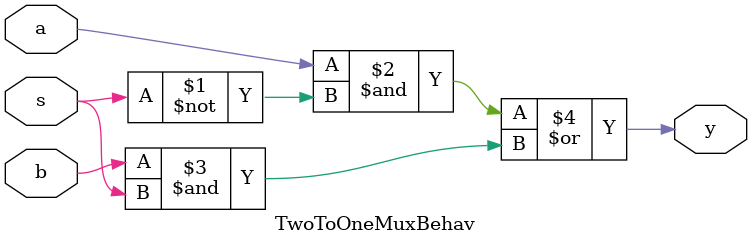
<source format=sv>
`timescale 1ns / 1ps

module TwoToOneMuxBehav(input logic a,b,s, output logic y);

assign y = a & ~s | b & s;
endmodule

</source>
